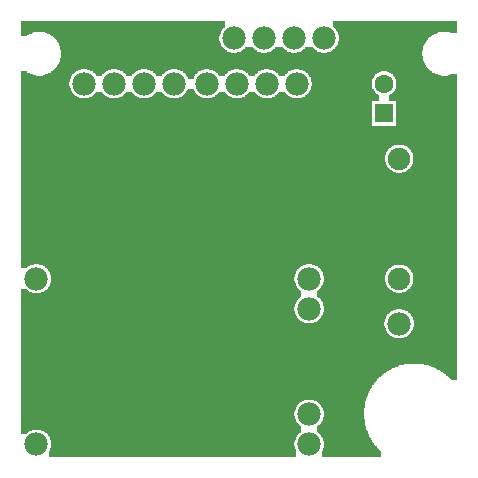
<source format=gbl>
G04 MADE WITH FRITZING*
G04 WWW.FRITZING.ORG*
G04 DOUBLE SIDED*
G04 HOLES PLATED*
G04 CONTOUR ON CENTER OF CONTOUR VECTOR*
%ASAXBY*%
%FSLAX23Y23*%
%MOIN*%
%OFA0B0*%
%SFA1.0B1.0*%
%ADD10C,0.075000*%
%ADD11C,0.062992*%
%ADD12C,0.078000*%
%ADD13R,0.062992X0.062992*%
%LNCOPPER0*%
G90*
G70*
G54D10*
X215Y1444D03*
X1301Y1036D03*
X1301Y636D03*
G54D11*
X1251Y1188D03*
X1251Y1286D03*
G54D12*
X1301Y486D03*
X751Y1438D03*
X851Y1438D03*
X951Y1438D03*
X1051Y1438D03*
X961Y1286D03*
X861Y1286D03*
X761Y1286D03*
X661Y1286D03*
X961Y1286D03*
X861Y1286D03*
X761Y1286D03*
X661Y1286D03*
X251Y1286D03*
X351Y1286D03*
X451Y1286D03*
X551Y1286D03*
X92Y636D03*
X92Y85D03*
X1001Y636D03*
X1001Y536D03*
X1001Y185D03*
X1001Y85D03*
G54D13*
X1251Y1188D03*
G36*
X40Y1495D02*
X40Y1459D01*
X112Y1459D01*
X112Y1457D01*
X120Y1457D01*
X120Y1455D01*
X126Y1455D01*
X126Y1453D01*
X132Y1453D01*
X132Y1451D01*
X136Y1451D01*
X136Y1449D01*
X140Y1449D01*
X140Y1447D01*
X142Y1447D01*
X142Y1445D01*
X146Y1445D01*
X146Y1443D01*
X148Y1443D01*
X148Y1441D01*
X150Y1441D01*
X150Y1439D01*
X152Y1439D01*
X152Y1437D01*
X154Y1437D01*
X154Y1435D01*
X156Y1435D01*
X156Y1433D01*
X158Y1433D01*
X158Y1431D01*
X160Y1431D01*
X160Y1427D01*
X162Y1427D01*
X162Y1425D01*
X164Y1425D01*
X164Y1421D01*
X166Y1421D01*
X166Y1417D01*
X168Y1417D01*
X168Y1413D01*
X170Y1413D01*
X170Y1407D01*
X172Y1407D01*
X172Y1399D01*
X174Y1399D01*
X174Y1389D01*
X740Y1389D01*
X740Y1391D01*
X732Y1391D01*
X732Y1393D01*
X728Y1393D01*
X728Y1395D01*
X726Y1395D01*
X726Y1397D01*
X722Y1397D01*
X722Y1399D01*
X720Y1399D01*
X720Y1401D01*
X718Y1401D01*
X718Y1403D01*
X716Y1403D01*
X716Y1405D01*
X714Y1405D01*
X714Y1407D01*
X712Y1407D01*
X712Y1409D01*
X710Y1409D01*
X710Y1413D01*
X708Y1413D01*
X708Y1417D01*
X706Y1417D01*
X706Y1421D01*
X704Y1421D01*
X704Y1429D01*
X702Y1429D01*
X702Y1445D01*
X704Y1445D01*
X704Y1453D01*
X706Y1453D01*
X706Y1459D01*
X708Y1459D01*
X708Y1461D01*
X710Y1461D01*
X710Y1465D01*
X712Y1465D01*
X712Y1467D01*
X714Y1467D01*
X714Y1471D01*
X716Y1471D01*
X716Y1473D01*
X720Y1473D01*
X720Y1475D01*
X722Y1475D01*
X722Y1495D01*
X40Y1495D01*
G37*
D02*
G36*
X1080Y1495D02*
X1080Y1475D01*
X1084Y1475D01*
X1084Y1473D01*
X1086Y1473D01*
X1086Y1471D01*
X1088Y1471D01*
X1088Y1469D01*
X1090Y1469D01*
X1090Y1465D01*
X1092Y1465D01*
X1092Y1463D01*
X1094Y1463D01*
X1094Y1459D01*
X1462Y1459D01*
X1462Y1457D01*
X1470Y1457D01*
X1470Y1455D01*
X1494Y1455D01*
X1494Y1495D01*
X1080Y1495D01*
G37*
D02*
G36*
X40Y1459D02*
X40Y1445D01*
X60Y1445D01*
X60Y1447D01*
X64Y1447D01*
X64Y1449D01*
X66Y1449D01*
X66Y1451D01*
X70Y1451D01*
X70Y1453D01*
X76Y1453D01*
X76Y1455D01*
X82Y1455D01*
X82Y1457D01*
X90Y1457D01*
X90Y1459D01*
X40Y1459D01*
G37*
D02*
G36*
X1096Y1459D02*
X1096Y1455D01*
X1098Y1455D01*
X1098Y1447D01*
X1100Y1447D01*
X1100Y1427D01*
X1098Y1427D01*
X1098Y1421D01*
X1096Y1421D01*
X1096Y1415D01*
X1094Y1415D01*
X1094Y1413D01*
X1092Y1413D01*
X1092Y1409D01*
X1090Y1409D01*
X1090Y1407D01*
X1088Y1407D01*
X1088Y1405D01*
X1086Y1405D01*
X1086Y1403D01*
X1084Y1403D01*
X1084Y1401D01*
X1082Y1401D01*
X1082Y1399D01*
X1080Y1399D01*
X1080Y1397D01*
X1078Y1397D01*
X1078Y1395D01*
X1074Y1395D01*
X1074Y1393D01*
X1070Y1393D01*
X1070Y1391D01*
X1062Y1391D01*
X1062Y1389D01*
X1378Y1389D01*
X1378Y1395D01*
X1380Y1395D01*
X1380Y1405D01*
X1382Y1405D01*
X1382Y1411D01*
X1384Y1411D01*
X1384Y1417D01*
X1386Y1417D01*
X1386Y1421D01*
X1388Y1421D01*
X1388Y1423D01*
X1390Y1423D01*
X1390Y1427D01*
X1392Y1427D01*
X1392Y1429D01*
X1394Y1429D01*
X1394Y1433D01*
X1396Y1433D01*
X1396Y1435D01*
X1398Y1435D01*
X1398Y1437D01*
X1400Y1437D01*
X1400Y1439D01*
X1402Y1439D01*
X1402Y1441D01*
X1404Y1441D01*
X1404Y1443D01*
X1408Y1443D01*
X1408Y1445D01*
X1410Y1445D01*
X1410Y1447D01*
X1414Y1447D01*
X1414Y1449D01*
X1416Y1449D01*
X1416Y1451D01*
X1420Y1451D01*
X1420Y1453D01*
X1426Y1453D01*
X1426Y1455D01*
X1432Y1455D01*
X1432Y1457D01*
X1440Y1457D01*
X1440Y1459D01*
X1096Y1459D01*
G37*
D02*
G36*
X790Y1409D02*
X790Y1407D01*
X788Y1407D01*
X788Y1405D01*
X786Y1405D01*
X786Y1403D01*
X784Y1403D01*
X784Y1401D01*
X782Y1401D01*
X782Y1399D01*
X780Y1399D01*
X780Y1397D01*
X778Y1397D01*
X778Y1395D01*
X774Y1395D01*
X774Y1393D01*
X770Y1393D01*
X770Y1391D01*
X762Y1391D01*
X762Y1389D01*
X840Y1389D01*
X840Y1391D01*
X832Y1391D01*
X832Y1393D01*
X828Y1393D01*
X828Y1395D01*
X826Y1395D01*
X826Y1397D01*
X822Y1397D01*
X822Y1399D01*
X820Y1399D01*
X820Y1401D01*
X818Y1401D01*
X818Y1403D01*
X816Y1403D01*
X816Y1405D01*
X814Y1405D01*
X814Y1407D01*
X812Y1407D01*
X812Y1409D01*
X790Y1409D01*
G37*
D02*
G36*
X890Y1409D02*
X890Y1407D01*
X888Y1407D01*
X888Y1405D01*
X886Y1405D01*
X886Y1403D01*
X884Y1403D01*
X884Y1401D01*
X882Y1401D01*
X882Y1399D01*
X880Y1399D01*
X880Y1397D01*
X878Y1397D01*
X878Y1395D01*
X874Y1395D01*
X874Y1393D01*
X870Y1393D01*
X870Y1391D01*
X862Y1391D01*
X862Y1389D01*
X940Y1389D01*
X940Y1391D01*
X932Y1391D01*
X932Y1393D01*
X928Y1393D01*
X928Y1395D01*
X926Y1395D01*
X926Y1397D01*
X922Y1397D01*
X922Y1399D01*
X920Y1399D01*
X920Y1401D01*
X918Y1401D01*
X918Y1403D01*
X916Y1403D01*
X916Y1405D01*
X914Y1405D01*
X914Y1407D01*
X912Y1407D01*
X912Y1409D01*
X890Y1409D01*
G37*
D02*
G36*
X990Y1409D02*
X990Y1407D01*
X988Y1407D01*
X988Y1405D01*
X986Y1405D01*
X986Y1403D01*
X984Y1403D01*
X984Y1401D01*
X982Y1401D01*
X982Y1399D01*
X980Y1399D01*
X980Y1397D01*
X978Y1397D01*
X978Y1395D01*
X974Y1395D01*
X974Y1393D01*
X970Y1393D01*
X970Y1391D01*
X962Y1391D01*
X962Y1389D01*
X1040Y1389D01*
X1040Y1391D01*
X1032Y1391D01*
X1032Y1393D01*
X1028Y1393D01*
X1028Y1395D01*
X1026Y1395D01*
X1026Y1397D01*
X1022Y1397D01*
X1022Y1399D01*
X1020Y1399D01*
X1020Y1401D01*
X1018Y1401D01*
X1018Y1403D01*
X1016Y1403D01*
X1016Y1405D01*
X1014Y1405D01*
X1014Y1407D01*
X1012Y1407D01*
X1012Y1409D01*
X990Y1409D01*
G37*
D02*
G36*
X174Y1389D02*
X174Y1387D01*
X1378Y1387D01*
X1378Y1389D01*
X174Y1389D01*
G37*
D02*
G36*
X174Y1389D02*
X174Y1387D01*
X1378Y1387D01*
X1378Y1389D01*
X174Y1389D01*
G37*
D02*
G36*
X174Y1389D02*
X174Y1387D01*
X1378Y1387D01*
X1378Y1389D01*
X174Y1389D01*
G37*
D02*
G36*
X174Y1389D02*
X174Y1387D01*
X1378Y1387D01*
X1378Y1389D01*
X174Y1389D01*
G37*
D02*
G36*
X174Y1389D02*
X174Y1387D01*
X1378Y1387D01*
X1378Y1389D01*
X174Y1389D01*
G37*
D02*
G36*
X174Y1387D02*
X174Y1373D01*
X172Y1373D01*
X172Y1365D01*
X170Y1365D01*
X170Y1359D01*
X168Y1359D01*
X168Y1355D01*
X166Y1355D01*
X166Y1351D01*
X164Y1351D01*
X164Y1347D01*
X162Y1347D01*
X162Y1345D01*
X160Y1345D01*
X160Y1341D01*
X158Y1341D01*
X158Y1339D01*
X156Y1339D01*
X156Y1337D01*
X154Y1337D01*
X154Y1335D01*
X968Y1335D01*
X968Y1333D01*
X976Y1333D01*
X976Y1331D01*
X982Y1331D01*
X982Y1329D01*
X984Y1329D01*
X984Y1327D01*
X1262Y1327D01*
X1262Y1325D01*
X1268Y1325D01*
X1268Y1323D01*
X1272Y1323D01*
X1272Y1321D01*
X1274Y1321D01*
X1274Y1319D01*
X1278Y1319D01*
X1278Y1317D01*
X1280Y1317D01*
X1280Y1315D01*
X1282Y1315D01*
X1282Y1313D01*
X1440Y1313D01*
X1440Y1315D01*
X1430Y1315D01*
X1430Y1317D01*
X1426Y1317D01*
X1426Y1319D01*
X1420Y1319D01*
X1420Y1321D01*
X1416Y1321D01*
X1416Y1323D01*
X1412Y1323D01*
X1412Y1325D01*
X1410Y1325D01*
X1410Y1327D01*
X1406Y1327D01*
X1406Y1329D01*
X1404Y1329D01*
X1404Y1331D01*
X1402Y1331D01*
X1402Y1333D01*
X1400Y1333D01*
X1400Y1335D01*
X1398Y1335D01*
X1398Y1337D01*
X1396Y1337D01*
X1396Y1339D01*
X1394Y1339D01*
X1394Y1343D01*
X1392Y1343D01*
X1392Y1345D01*
X1390Y1345D01*
X1390Y1349D01*
X1388Y1349D01*
X1388Y1351D01*
X1386Y1351D01*
X1386Y1355D01*
X1384Y1355D01*
X1384Y1361D01*
X1382Y1361D01*
X1382Y1367D01*
X1380Y1367D01*
X1380Y1377D01*
X1378Y1377D01*
X1378Y1387D01*
X174Y1387D01*
G37*
D02*
G36*
X152Y1335D02*
X152Y1333D01*
X150Y1333D01*
X150Y1331D01*
X148Y1331D01*
X148Y1329D01*
X146Y1329D01*
X146Y1327D01*
X142Y1327D01*
X142Y1325D01*
X140Y1325D01*
X140Y1323D01*
X136Y1323D01*
X136Y1321D01*
X132Y1321D01*
X132Y1319D01*
X128Y1319D01*
X128Y1317D01*
X122Y1317D01*
X122Y1315D01*
X114Y1315D01*
X114Y1313D01*
X212Y1313D01*
X212Y1317D01*
X214Y1317D01*
X214Y1319D01*
X216Y1319D01*
X216Y1321D01*
X218Y1321D01*
X218Y1323D01*
X220Y1323D01*
X220Y1325D01*
X224Y1325D01*
X224Y1327D01*
X226Y1327D01*
X226Y1329D01*
X230Y1329D01*
X230Y1331D01*
X236Y1331D01*
X236Y1333D01*
X242Y1333D01*
X242Y1335D01*
X152Y1335D01*
G37*
D02*
G36*
X260Y1335D02*
X260Y1333D01*
X268Y1333D01*
X268Y1331D01*
X272Y1331D01*
X272Y1329D01*
X276Y1329D01*
X276Y1327D01*
X280Y1327D01*
X280Y1325D01*
X282Y1325D01*
X282Y1323D01*
X284Y1323D01*
X284Y1321D01*
X286Y1321D01*
X286Y1319D01*
X288Y1319D01*
X288Y1317D01*
X290Y1317D01*
X290Y1315D01*
X292Y1315D01*
X292Y1313D01*
X312Y1313D01*
X312Y1317D01*
X314Y1317D01*
X314Y1319D01*
X316Y1319D01*
X316Y1321D01*
X318Y1321D01*
X318Y1323D01*
X320Y1323D01*
X320Y1325D01*
X324Y1325D01*
X324Y1327D01*
X326Y1327D01*
X326Y1329D01*
X330Y1329D01*
X330Y1331D01*
X336Y1331D01*
X336Y1333D01*
X342Y1333D01*
X342Y1335D01*
X260Y1335D01*
G37*
D02*
G36*
X360Y1335D02*
X360Y1333D01*
X368Y1333D01*
X368Y1331D01*
X372Y1331D01*
X372Y1329D01*
X376Y1329D01*
X376Y1327D01*
X380Y1327D01*
X380Y1325D01*
X382Y1325D01*
X382Y1323D01*
X384Y1323D01*
X384Y1321D01*
X386Y1321D01*
X386Y1319D01*
X388Y1319D01*
X388Y1317D01*
X390Y1317D01*
X390Y1315D01*
X392Y1315D01*
X392Y1313D01*
X412Y1313D01*
X412Y1317D01*
X414Y1317D01*
X414Y1319D01*
X416Y1319D01*
X416Y1321D01*
X418Y1321D01*
X418Y1323D01*
X420Y1323D01*
X420Y1325D01*
X424Y1325D01*
X424Y1327D01*
X426Y1327D01*
X426Y1329D01*
X430Y1329D01*
X430Y1331D01*
X436Y1331D01*
X436Y1333D01*
X442Y1333D01*
X442Y1335D01*
X360Y1335D01*
G37*
D02*
G36*
X460Y1335D02*
X460Y1333D01*
X468Y1333D01*
X468Y1331D01*
X472Y1331D01*
X472Y1329D01*
X476Y1329D01*
X476Y1327D01*
X480Y1327D01*
X480Y1325D01*
X482Y1325D01*
X482Y1323D01*
X484Y1323D01*
X484Y1321D01*
X486Y1321D01*
X486Y1319D01*
X488Y1319D01*
X488Y1317D01*
X490Y1317D01*
X490Y1315D01*
X492Y1315D01*
X492Y1313D01*
X512Y1313D01*
X512Y1317D01*
X514Y1317D01*
X514Y1319D01*
X516Y1319D01*
X516Y1321D01*
X518Y1321D01*
X518Y1323D01*
X520Y1323D01*
X520Y1325D01*
X524Y1325D01*
X524Y1327D01*
X526Y1327D01*
X526Y1329D01*
X530Y1329D01*
X530Y1331D01*
X536Y1331D01*
X536Y1333D01*
X542Y1333D01*
X542Y1335D01*
X460Y1335D01*
G37*
D02*
G36*
X560Y1335D02*
X560Y1333D01*
X568Y1333D01*
X568Y1331D01*
X572Y1331D01*
X572Y1329D01*
X576Y1329D01*
X576Y1327D01*
X580Y1327D01*
X580Y1325D01*
X582Y1325D01*
X582Y1323D01*
X584Y1323D01*
X584Y1321D01*
X586Y1321D01*
X586Y1319D01*
X588Y1319D01*
X588Y1317D01*
X590Y1317D01*
X590Y1315D01*
X592Y1315D01*
X592Y1311D01*
X594Y1311D01*
X594Y1307D01*
X596Y1307D01*
X596Y1303D01*
X616Y1303D01*
X616Y1307D01*
X618Y1307D01*
X618Y1311D01*
X620Y1311D01*
X620Y1315D01*
X622Y1315D01*
X622Y1317D01*
X624Y1317D01*
X624Y1319D01*
X626Y1319D01*
X626Y1321D01*
X628Y1321D01*
X628Y1323D01*
X630Y1323D01*
X630Y1325D01*
X632Y1325D01*
X632Y1327D01*
X636Y1327D01*
X636Y1329D01*
X640Y1329D01*
X640Y1331D01*
X644Y1331D01*
X644Y1333D01*
X652Y1333D01*
X652Y1335D01*
X560Y1335D01*
G37*
D02*
G36*
X668Y1335D02*
X668Y1333D01*
X676Y1333D01*
X676Y1331D01*
X682Y1331D01*
X682Y1329D01*
X684Y1329D01*
X684Y1327D01*
X688Y1327D01*
X688Y1325D01*
X690Y1325D01*
X690Y1323D01*
X694Y1323D01*
X694Y1321D01*
X696Y1321D01*
X696Y1319D01*
X698Y1319D01*
X698Y1315D01*
X700Y1315D01*
X700Y1313D01*
X720Y1313D01*
X720Y1315D01*
X722Y1315D01*
X722Y1317D01*
X724Y1317D01*
X724Y1319D01*
X726Y1319D01*
X726Y1321D01*
X728Y1321D01*
X728Y1323D01*
X730Y1323D01*
X730Y1325D01*
X732Y1325D01*
X732Y1327D01*
X736Y1327D01*
X736Y1329D01*
X740Y1329D01*
X740Y1331D01*
X744Y1331D01*
X744Y1333D01*
X752Y1333D01*
X752Y1335D01*
X668Y1335D01*
G37*
D02*
G36*
X768Y1335D02*
X768Y1333D01*
X776Y1333D01*
X776Y1331D01*
X782Y1331D01*
X782Y1329D01*
X784Y1329D01*
X784Y1327D01*
X788Y1327D01*
X788Y1325D01*
X790Y1325D01*
X790Y1323D01*
X794Y1323D01*
X794Y1321D01*
X796Y1321D01*
X796Y1319D01*
X798Y1319D01*
X798Y1315D01*
X800Y1315D01*
X800Y1313D01*
X820Y1313D01*
X820Y1315D01*
X822Y1315D01*
X822Y1317D01*
X824Y1317D01*
X824Y1319D01*
X826Y1319D01*
X826Y1321D01*
X828Y1321D01*
X828Y1323D01*
X830Y1323D01*
X830Y1325D01*
X832Y1325D01*
X832Y1327D01*
X836Y1327D01*
X836Y1329D01*
X840Y1329D01*
X840Y1331D01*
X844Y1331D01*
X844Y1333D01*
X852Y1333D01*
X852Y1335D01*
X768Y1335D01*
G37*
D02*
G36*
X868Y1335D02*
X868Y1333D01*
X876Y1333D01*
X876Y1331D01*
X882Y1331D01*
X882Y1329D01*
X884Y1329D01*
X884Y1327D01*
X888Y1327D01*
X888Y1325D01*
X890Y1325D01*
X890Y1323D01*
X894Y1323D01*
X894Y1321D01*
X896Y1321D01*
X896Y1319D01*
X898Y1319D01*
X898Y1315D01*
X900Y1315D01*
X900Y1313D01*
X920Y1313D01*
X920Y1315D01*
X922Y1315D01*
X922Y1317D01*
X924Y1317D01*
X924Y1319D01*
X926Y1319D01*
X926Y1321D01*
X928Y1321D01*
X928Y1323D01*
X930Y1323D01*
X930Y1325D01*
X932Y1325D01*
X932Y1327D01*
X936Y1327D01*
X936Y1329D01*
X940Y1329D01*
X940Y1331D01*
X944Y1331D01*
X944Y1333D01*
X952Y1333D01*
X952Y1335D01*
X868Y1335D01*
G37*
D02*
G36*
X40Y1327D02*
X40Y1313D01*
X90Y1313D01*
X90Y1315D01*
X80Y1315D01*
X80Y1317D01*
X76Y1317D01*
X76Y1319D01*
X70Y1319D01*
X70Y1321D01*
X66Y1321D01*
X66Y1323D01*
X62Y1323D01*
X62Y1325D01*
X60Y1325D01*
X60Y1327D01*
X40Y1327D01*
G37*
D02*
G36*
X988Y1327D02*
X988Y1325D01*
X990Y1325D01*
X990Y1323D01*
X994Y1323D01*
X994Y1321D01*
X996Y1321D01*
X996Y1319D01*
X998Y1319D01*
X998Y1315D01*
X1000Y1315D01*
X1000Y1313D01*
X1002Y1313D01*
X1002Y1309D01*
X1004Y1309D01*
X1004Y1307D01*
X1006Y1307D01*
X1006Y1301D01*
X1008Y1301D01*
X1008Y1293D01*
X1010Y1293D01*
X1010Y1279D01*
X1008Y1279D01*
X1008Y1271D01*
X1006Y1271D01*
X1006Y1265D01*
X1004Y1265D01*
X1004Y1261D01*
X1002Y1261D01*
X1002Y1259D01*
X1000Y1259D01*
X1000Y1255D01*
X998Y1255D01*
X998Y1253D01*
X996Y1253D01*
X996Y1251D01*
X994Y1251D01*
X994Y1249D01*
X992Y1249D01*
X992Y1247D01*
X988Y1247D01*
X988Y1245D01*
X986Y1245D01*
X986Y1243D01*
X982Y1243D01*
X982Y1241D01*
X978Y1241D01*
X978Y1239D01*
X970Y1239D01*
X970Y1237D01*
X1234Y1237D01*
X1234Y1249D01*
X1230Y1249D01*
X1230Y1251D01*
X1228Y1251D01*
X1228Y1253D01*
X1224Y1253D01*
X1224Y1255D01*
X1222Y1255D01*
X1222Y1257D01*
X1220Y1257D01*
X1220Y1261D01*
X1218Y1261D01*
X1218Y1263D01*
X1216Y1263D01*
X1216Y1267D01*
X1214Y1267D01*
X1214Y1269D01*
X1212Y1269D01*
X1212Y1277D01*
X1210Y1277D01*
X1210Y1295D01*
X1212Y1295D01*
X1212Y1301D01*
X1214Y1301D01*
X1214Y1305D01*
X1216Y1305D01*
X1216Y1309D01*
X1218Y1309D01*
X1218Y1311D01*
X1220Y1311D01*
X1220Y1315D01*
X1222Y1315D01*
X1222Y1317D01*
X1226Y1317D01*
X1226Y1319D01*
X1228Y1319D01*
X1228Y1321D01*
X1232Y1321D01*
X1232Y1323D01*
X1234Y1323D01*
X1234Y1325D01*
X1242Y1325D01*
X1242Y1327D01*
X988Y1327D01*
G37*
D02*
G36*
X1472Y1317D02*
X1472Y1315D01*
X1464Y1315D01*
X1464Y1313D01*
X1494Y1313D01*
X1494Y1317D01*
X1472Y1317D01*
G37*
D02*
G36*
X40Y1313D02*
X40Y1311D01*
X210Y1311D01*
X210Y1313D01*
X40Y1313D01*
G37*
D02*
G36*
X40Y1313D02*
X40Y1311D01*
X210Y1311D01*
X210Y1313D01*
X40Y1313D01*
G37*
D02*
G36*
X1284Y1313D02*
X1284Y1311D01*
X1494Y1311D01*
X1494Y1313D01*
X1284Y1313D01*
G37*
D02*
G36*
X1284Y1313D02*
X1284Y1311D01*
X1494Y1311D01*
X1494Y1313D01*
X1284Y1313D01*
G37*
D02*
G36*
X40Y1311D02*
X40Y1237D01*
X242Y1237D01*
X242Y1239D01*
X234Y1239D01*
X234Y1241D01*
X230Y1241D01*
X230Y1243D01*
X226Y1243D01*
X226Y1245D01*
X222Y1245D01*
X222Y1247D01*
X220Y1247D01*
X220Y1249D01*
X218Y1249D01*
X218Y1251D01*
X216Y1251D01*
X216Y1253D01*
X214Y1253D01*
X214Y1255D01*
X212Y1255D01*
X212Y1259D01*
X210Y1259D01*
X210Y1261D01*
X208Y1261D01*
X208Y1265D01*
X206Y1265D01*
X206Y1271D01*
X204Y1271D01*
X204Y1277D01*
X202Y1277D01*
X202Y1293D01*
X204Y1293D01*
X204Y1301D01*
X206Y1301D01*
X206Y1307D01*
X208Y1307D01*
X208Y1311D01*
X40Y1311D01*
G37*
D02*
G36*
X1284Y1311D02*
X1284Y1309D01*
X1286Y1309D01*
X1286Y1307D01*
X1288Y1307D01*
X1288Y1303D01*
X1290Y1303D01*
X1290Y1297D01*
X1292Y1297D01*
X1292Y1275D01*
X1290Y1275D01*
X1290Y1269D01*
X1288Y1269D01*
X1288Y1265D01*
X1286Y1265D01*
X1286Y1263D01*
X1284Y1263D01*
X1284Y1259D01*
X1282Y1259D01*
X1282Y1257D01*
X1280Y1257D01*
X1280Y1255D01*
X1278Y1255D01*
X1278Y1253D01*
X1274Y1253D01*
X1274Y1251D01*
X1272Y1251D01*
X1272Y1249D01*
X1268Y1249D01*
X1268Y1229D01*
X1292Y1229D01*
X1292Y1145D01*
X1494Y1145D01*
X1494Y1311D01*
X1284Y1311D01*
G37*
D02*
G36*
X596Y1267D02*
X596Y1265D01*
X594Y1265D01*
X594Y1261D01*
X592Y1261D01*
X592Y1257D01*
X590Y1257D01*
X590Y1255D01*
X588Y1255D01*
X588Y1253D01*
X586Y1253D01*
X586Y1251D01*
X584Y1251D01*
X584Y1249D01*
X582Y1249D01*
X582Y1247D01*
X580Y1247D01*
X580Y1245D01*
X576Y1245D01*
X576Y1243D01*
X572Y1243D01*
X572Y1241D01*
X568Y1241D01*
X568Y1239D01*
X562Y1239D01*
X562Y1237D01*
X650Y1237D01*
X650Y1239D01*
X644Y1239D01*
X644Y1241D01*
X640Y1241D01*
X640Y1243D01*
X636Y1243D01*
X636Y1245D01*
X632Y1245D01*
X632Y1247D01*
X630Y1247D01*
X630Y1249D01*
X628Y1249D01*
X628Y1251D01*
X626Y1251D01*
X626Y1253D01*
X624Y1253D01*
X624Y1255D01*
X622Y1255D01*
X622Y1257D01*
X620Y1257D01*
X620Y1261D01*
X618Y1261D01*
X618Y1263D01*
X616Y1263D01*
X616Y1267D01*
X596Y1267D01*
G37*
D02*
G36*
X292Y1259D02*
X292Y1257D01*
X290Y1257D01*
X290Y1255D01*
X288Y1255D01*
X288Y1253D01*
X286Y1253D01*
X286Y1251D01*
X284Y1251D01*
X284Y1249D01*
X282Y1249D01*
X282Y1247D01*
X280Y1247D01*
X280Y1245D01*
X276Y1245D01*
X276Y1243D01*
X272Y1243D01*
X272Y1241D01*
X268Y1241D01*
X268Y1239D01*
X262Y1239D01*
X262Y1237D01*
X342Y1237D01*
X342Y1239D01*
X334Y1239D01*
X334Y1241D01*
X330Y1241D01*
X330Y1243D01*
X326Y1243D01*
X326Y1245D01*
X322Y1245D01*
X322Y1247D01*
X320Y1247D01*
X320Y1249D01*
X318Y1249D01*
X318Y1251D01*
X316Y1251D01*
X316Y1253D01*
X314Y1253D01*
X314Y1255D01*
X312Y1255D01*
X312Y1259D01*
X292Y1259D01*
G37*
D02*
G36*
X392Y1259D02*
X392Y1257D01*
X390Y1257D01*
X390Y1255D01*
X388Y1255D01*
X388Y1253D01*
X386Y1253D01*
X386Y1251D01*
X384Y1251D01*
X384Y1249D01*
X382Y1249D01*
X382Y1247D01*
X380Y1247D01*
X380Y1245D01*
X376Y1245D01*
X376Y1243D01*
X372Y1243D01*
X372Y1241D01*
X368Y1241D01*
X368Y1239D01*
X362Y1239D01*
X362Y1237D01*
X442Y1237D01*
X442Y1239D01*
X434Y1239D01*
X434Y1241D01*
X430Y1241D01*
X430Y1243D01*
X426Y1243D01*
X426Y1245D01*
X422Y1245D01*
X422Y1247D01*
X420Y1247D01*
X420Y1249D01*
X418Y1249D01*
X418Y1251D01*
X416Y1251D01*
X416Y1253D01*
X414Y1253D01*
X414Y1255D01*
X412Y1255D01*
X412Y1259D01*
X392Y1259D01*
G37*
D02*
G36*
X492Y1259D02*
X492Y1257D01*
X490Y1257D01*
X490Y1255D01*
X488Y1255D01*
X488Y1253D01*
X486Y1253D01*
X486Y1251D01*
X484Y1251D01*
X484Y1249D01*
X482Y1249D01*
X482Y1247D01*
X480Y1247D01*
X480Y1245D01*
X476Y1245D01*
X476Y1243D01*
X472Y1243D01*
X472Y1241D01*
X468Y1241D01*
X468Y1239D01*
X462Y1239D01*
X462Y1237D01*
X542Y1237D01*
X542Y1239D01*
X534Y1239D01*
X534Y1241D01*
X530Y1241D01*
X530Y1243D01*
X526Y1243D01*
X526Y1245D01*
X522Y1245D01*
X522Y1247D01*
X520Y1247D01*
X520Y1249D01*
X518Y1249D01*
X518Y1251D01*
X516Y1251D01*
X516Y1253D01*
X514Y1253D01*
X514Y1255D01*
X512Y1255D01*
X512Y1259D01*
X492Y1259D01*
G37*
D02*
G36*
X700Y1259D02*
X700Y1255D01*
X698Y1255D01*
X698Y1253D01*
X696Y1253D01*
X696Y1251D01*
X694Y1251D01*
X694Y1249D01*
X692Y1249D01*
X692Y1247D01*
X688Y1247D01*
X688Y1245D01*
X686Y1245D01*
X686Y1243D01*
X682Y1243D01*
X682Y1241D01*
X678Y1241D01*
X678Y1239D01*
X670Y1239D01*
X670Y1237D01*
X750Y1237D01*
X750Y1239D01*
X744Y1239D01*
X744Y1241D01*
X740Y1241D01*
X740Y1243D01*
X736Y1243D01*
X736Y1245D01*
X732Y1245D01*
X732Y1247D01*
X730Y1247D01*
X730Y1249D01*
X728Y1249D01*
X728Y1251D01*
X726Y1251D01*
X726Y1253D01*
X724Y1253D01*
X724Y1255D01*
X722Y1255D01*
X722Y1257D01*
X720Y1257D01*
X720Y1259D01*
X700Y1259D01*
G37*
D02*
G36*
X800Y1259D02*
X800Y1255D01*
X798Y1255D01*
X798Y1253D01*
X796Y1253D01*
X796Y1251D01*
X794Y1251D01*
X794Y1249D01*
X792Y1249D01*
X792Y1247D01*
X788Y1247D01*
X788Y1245D01*
X786Y1245D01*
X786Y1243D01*
X782Y1243D01*
X782Y1241D01*
X778Y1241D01*
X778Y1239D01*
X770Y1239D01*
X770Y1237D01*
X850Y1237D01*
X850Y1239D01*
X844Y1239D01*
X844Y1241D01*
X840Y1241D01*
X840Y1243D01*
X836Y1243D01*
X836Y1245D01*
X832Y1245D01*
X832Y1247D01*
X830Y1247D01*
X830Y1249D01*
X828Y1249D01*
X828Y1251D01*
X826Y1251D01*
X826Y1253D01*
X824Y1253D01*
X824Y1255D01*
X822Y1255D01*
X822Y1257D01*
X820Y1257D01*
X820Y1259D01*
X800Y1259D01*
G37*
D02*
G36*
X900Y1259D02*
X900Y1255D01*
X898Y1255D01*
X898Y1253D01*
X896Y1253D01*
X896Y1251D01*
X894Y1251D01*
X894Y1249D01*
X892Y1249D01*
X892Y1247D01*
X888Y1247D01*
X888Y1245D01*
X886Y1245D01*
X886Y1243D01*
X882Y1243D01*
X882Y1241D01*
X878Y1241D01*
X878Y1239D01*
X870Y1239D01*
X870Y1237D01*
X950Y1237D01*
X950Y1239D01*
X944Y1239D01*
X944Y1241D01*
X940Y1241D01*
X940Y1243D01*
X936Y1243D01*
X936Y1245D01*
X932Y1245D01*
X932Y1247D01*
X930Y1247D01*
X930Y1249D01*
X928Y1249D01*
X928Y1251D01*
X926Y1251D01*
X926Y1253D01*
X924Y1253D01*
X924Y1255D01*
X922Y1255D01*
X922Y1257D01*
X920Y1257D01*
X920Y1259D01*
X900Y1259D01*
G37*
D02*
G36*
X40Y1237D02*
X40Y1235D01*
X1234Y1235D01*
X1234Y1237D01*
X40Y1237D01*
G37*
D02*
G36*
X40Y1237D02*
X40Y1235D01*
X1234Y1235D01*
X1234Y1237D01*
X40Y1237D01*
G37*
D02*
G36*
X40Y1237D02*
X40Y1235D01*
X1234Y1235D01*
X1234Y1237D01*
X40Y1237D01*
G37*
D02*
G36*
X40Y1237D02*
X40Y1235D01*
X1234Y1235D01*
X1234Y1237D01*
X40Y1237D01*
G37*
D02*
G36*
X40Y1237D02*
X40Y1235D01*
X1234Y1235D01*
X1234Y1237D01*
X40Y1237D01*
G37*
D02*
G36*
X40Y1237D02*
X40Y1235D01*
X1234Y1235D01*
X1234Y1237D01*
X40Y1237D01*
G37*
D02*
G36*
X40Y1237D02*
X40Y1235D01*
X1234Y1235D01*
X1234Y1237D01*
X40Y1237D01*
G37*
D02*
G36*
X40Y1237D02*
X40Y1235D01*
X1234Y1235D01*
X1234Y1237D01*
X40Y1237D01*
G37*
D02*
G36*
X40Y1237D02*
X40Y1235D01*
X1234Y1235D01*
X1234Y1237D01*
X40Y1237D01*
G37*
D02*
G36*
X40Y1235D02*
X40Y1145D01*
X1210Y1145D01*
X1210Y1229D01*
X1234Y1229D01*
X1234Y1235D01*
X40Y1235D01*
G37*
D02*
G36*
X40Y1145D02*
X40Y1143D01*
X1494Y1143D01*
X1494Y1145D01*
X40Y1145D01*
G37*
D02*
G36*
X40Y1145D02*
X40Y1143D01*
X1494Y1143D01*
X1494Y1145D01*
X40Y1145D01*
G37*
D02*
G36*
X40Y1143D02*
X40Y1083D01*
X1312Y1083D01*
X1312Y1081D01*
X1318Y1081D01*
X1318Y1079D01*
X1322Y1079D01*
X1322Y1077D01*
X1326Y1077D01*
X1326Y1075D01*
X1330Y1075D01*
X1330Y1073D01*
X1332Y1073D01*
X1332Y1071D01*
X1334Y1071D01*
X1334Y1069D01*
X1336Y1069D01*
X1336Y1067D01*
X1338Y1067D01*
X1338Y1065D01*
X1340Y1065D01*
X1340Y1061D01*
X1342Y1061D01*
X1342Y1057D01*
X1344Y1057D01*
X1344Y1055D01*
X1346Y1055D01*
X1346Y1047D01*
X1348Y1047D01*
X1348Y1025D01*
X1346Y1025D01*
X1346Y1017D01*
X1344Y1017D01*
X1344Y1013D01*
X1342Y1013D01*
X1342Y1011D01*
X1340Y1011D01*
X1340Y1007D01*
X1338Y1007D01*
X1338Y1005D01*
X1336Y1005D01*
X1336Y1003D01*
X1334Y1003D01*
X1334Y1001D01*
X1332Y1001D01*
X1332Y999D01*
X1330Y999D01*
X1330Y997D01*
X1326Y997D01*
X1326Y995D01*
X1324Y995D01*
X1324Y993D01*
X1320Y993D01*
X1320Y991D01*
X1312Y991D01*
X1312Y989D01*
X1494Y989D01*
X1494Y1143D01*
X40Y1143D01*
G37*
D02*
G36*
X40Y1083D02*
X40Y989D01*
X1290Y989D01*
X1290Y991D01*
X1284Y991D01*
X1284Y993D01*
X1280Y993D01*
X1280Y995D01*
X1276Y995D01*
X1276Y997D01*
X1272Y997D01*
X1272Y999D01*
X1270Y999D01*
X1270Y1001D01*
X1268Y1001D01*
X1268Y1003D01*
X1266Y1003D01*
X1266Y1005D01*
X1264Y1005D01*
X1264Y1007D01*
X1262Y1007D01*
X1262Y1011D01*
X1260Y1011D01*
X1260Y1015D01*
X1258Y1015D01*
X1258Y1019D01*
X1256Y1019D01*
X1256Y1025D01*
X1254Y1025D01*
X1254Y1047D01*
X1256Y1047D01*
X1256Y1053D01*
X1258Y1053D01*
X1258Y1057D01*
X1260Y1057D01*
X1260Y1061D01*
X1262Y1061D01*
X1262Y1063D01*
X1264Y1063D01*
X1264Y1067D01*
X1266Y1067D01*
X1266Y1069D01*
X1268Y1069D01*
X1268Y1071D01*
X1270Y1071D01*
X1270Y1073D01*
X1274Y1073D01*
X1274Y1075D01*
X1276Y1075D01*
X1276Y1077D01*
X1280Y1077D01*
X1280Y1079D01*
X1284Y1079D01*
X1284Y1081D01*
X1290Y1081D01*
X1290Y1083D01*
X40Y1083D01*
G37*
D02*
G36*
X40Y989D02*
X40Y987D01*
X1494Y987D01*
X1494Y989D01*
X40Y989D01*
G37*
D02*
G36*
X40Y989D02*
X40Y987D01*
X1494Y987D01*
X1494Y989D01*
X40Y989D01*
G37*
D02*
G36*
X40Y987D02*
X40Y685D01*
X1010Y685D01*
X1010Y683D01*
X1312Y683D01*
X1312Y681D01*
X1318Y681D01*
X1318Y679D01*
X1322Y679D01*
X1322Y677D01*
X1326Y677D01*
X1326Y675D01*
X1330Y675D01*
X1330Y673D01*
X1332Y673D01*
X1332Y671D01*
X1334Y671D01*
X1334Y669D01*
X1336Y669D01*
X1336Y667D01*
X1338Y667D01*
X1338Y665D01*
X1340Y665D01*
X1340Y661D01*
X1342Y661D01*
X1342Y657D01*
X1344Y657D01*
X1344Y655D01*
X1346Y655D01*
X1346Y647D01*
X1348Y647D01*
X1348Y625D01*
X1346Y625D01*
X1346Y617D01*
X1344Y617D01*
X1344Y613D01*
X1342Y613D01*
X1342Y611D01*
X1340Y611D01*
X1340Y607D01*
X1338Y607D01*
X1338Y605D01*
X1336Y605D01*
X1336Y603D01*
X1334Y603D01*
X1334Y601D01*
X1332Y601D01*
X1332Y599D01*
X1330Y599D01*
X1330Y597D01*
X1326Y597D01*
X1326Y595D01*
X1324Y595D01*
X1324Y593D01*
X1320Y593D01*
X1320Y591D01*
X1312Y591D01*
X1312Y589D01*
X1494Y589D01*
X1494Y987D01*
X40Y987D01*
G37*
D02*
G36*
X40Y685D02*
X40Y671D01*
X60Y671D01*
X60Y673D01*
X62Y673D01*
X62Y675D01*
X64Y675D01*
X64Y677D01*
X68Y677D01*
X68Y679D01*
X72Y679D01*
X72Y681D01*
X76Y681D01*
X76Y683D01*
X84Y683D01*
X84Y685D01*
X40Y685D01*
G37*
D02*
G36*
X100Y685D02*
X100Y683D01*
X108Y683D01*
X108Y681D01*
X114Y681D01*
X114Y679D01*
X116Y679D01*
X116Y677D01*
X120Y677D01*
X120Y675D01*
X122Y675D01*
X122Y673D01*
X126Y673D01*
X126Y671D01*
X128Y671D01*
X128Y667D01*
X130Y667D01*
X130Y665D01*
X132Y665D01*
X132Y663D01*
X134Y663D01*
X134Y659D01*
X136Y659D01*
X136Y655D01*
X138Y655D01*
X138Y649D01*
X140Y649D01*
X140Y641D01*
X142Y641D01*
X142Y631D01*
X140Y631D01*
X140Y623D01*
X138Y623D01*
X138Y615D01*
X136Y615D01*
X136Y613D01*
X134Y613D01*
X134Y609D01*
X132Y609D01*
X132Y607D01*
X130Y607D01*
X130Y603D01*
X128Y603D01*
X128Y601D01*
X126Y601D01*
X126Y599D01*
X122Y599D01*
X122Y597D01*
X120Y597D01*
X120Y595D01*
X118Y595D01*
X118Y593D01*
X114Y593D01*
X114Y591D01*
X108Y591D01*
X108Y589D01*
X102Y589D01*
X102Y587D01*
X974Y587D01*
X974Y595D01*
X972Y595D01*
X972Y597D01*
X970Y597D01*
X970Y599D01*
X968Y599D01*
X968Y601D01*
X966Y601D01*
X966Y603D01*
X964Y603D01*
X964Y605D01*
X962Y605D01*
X962Y609D01*
X960Y609D01*
X960Y611D01*
X958Y611D01*
X958Y615D01*
X956Y615D01*
X956Y621D01*
X954Y621D01*
X954Y627D01*
X952Y627D01*
X952Y643D01*
X954Y643D01*
X954Y651D01*
X956Y651D01*
X956Y657D01*
X958Y657D01*
X958Y661D01*
X960Y661D01*
X960Y663D01*
X962Y663D01*
X962Y667D01*
X964Y667D01*
X964Y669D01*
X966Y669D01*
X966Y671D01*
X968Y671D01*
X968Y673D01*
X970Y673D01*
X970Y675D01*
X974Y675D01*
X974Y677D01*
X976Y677D01*
X976Y679D01*
X980Y679D01*
X980Y681D01*
X986Y681D01*
X986Y683D01*
X992Y683D01*
X992Y685D01*
X100Y685D01*
G37*
D02*
G36*
X1016Y683D02*
X1016Y681D01*
X1022Y681D01*
X1022Y679D01*
X1026Y679D01*
X1026Y677D01*
X1030Y677D01*
X1030Y675D01*
X1032Y675D01*
X1032Y673D01*
X1034Y673D01*
X1034Y671D01*
X1036Y671D01*
X1036Y669D01*
X1038Y669D01*
X1038Y667D01*
X1040Y667D01*
X1040Y665D01*
X1042Y665D01*
X1042Y661D01*
X1044Y661D01*
X1044Y657D01*
X1046Y657D01*
X1046Y653D01*
X1048Y653D01*
X1048Y645D01*
X1050Y645D01*
X1050Y625D01*
X1048Y625D01*
X1048Y619D01*
X1046Y619D01*
X1046Y615D01*
X1044Y615D01*
X1044Y611D01*
X1042Y611D01*
X1042Y607D01*
X1040Y607D01*
X1040Y605D01*
X1038Y605D01*
X1038Y603D01*
X1036Y603D01*
X1036Y601D01*
X1034Y601D01*
X1034Y599D01*
X1032Y599D01*
X1032Y597D01*
X1030Y597D01*
X1030Y595D01*
X1028Y595D01*
X1028Y589D01*
X1290Y589D01*
X1290Y591D01*
X1284Y591D01*
X1284Y593D01*
X1280Y593D01*
X1280Y595D01*
X1276Y595D01*
X1276Y597D01*
X1272Y597D01*
X1272Y599D01*
X1270Y599D01*
X1270Y601D01*
X1268Y601D01*
X1268Y603D01*
X1266Y603D01*
X1266Y605D01*
X1264Y605D01*
X1264Y607D01*
X1262Y607D01*
X1262Y611D01*
X1260Y611D01*
X1260Y615D01*
X1258Y615D01*
X1258Y619D01*
X1256Y619D01*
X1256Y625D01*
X1254Y625D01*
X1254Y647D01*
X1256Y647D01*
X1256Y653D01*
X1258Y653D01*
X1258Y657D01*
X1260Y657D01*
X1260Y661D01*
X1262Y661D01*
X1262Y663D01*
X1264Y663D01*
X1264Y667D01*
X1266Y667D01*
X1266Y669D01*
X1268Y669D01*
X1268Y671D01*
X1270Y671D01*
X1270Y673D01*
X1274Y673D01*
X1274Y675D01*
X1276Y675D01*
X1276Y677D01*
X1280Y677D01*
X1280Y679D01*
X1284Y679D01*
X1284Y681D01*
X1290Y681D01*
X1290Y683D01*
X1016Y683D01*
G37*
D02*
G36*
X40Y601D02*
X40Y587D01*
X82Y587D01*
X82Y589D01*
X76Y589D01*
X76Y591D01*
X70Y591D01*
X70Y593D01*
X68Y593D01*
X68Y595D01*
X64Y595D01*
X64Y597D01*
X62Y597D01*
X62Y599D01*
X60Y599D01*
X60Y601D01*
X40Y601D01*
G37*
D02*
G36*
X1028Y589D02*
X1028Y587D01*
X1494Y587D01*
X1494Y589D01*
X1028Y589D01*
G37*
D02*
G36*
X1028Y589D02*
X1028Y587D01*
X1494Y587D01*
X1494Y589D01*
X1028Y589D01*
G37*
D02*
G36*
X40Y587D02*
X40Y585D01*
X974Y585D01*
X974Y587D01*
X40Y587D01*
G37*
D02*
G36*
X40Y587D02*
X40Y585D01*
X974Y585D01*
X974Y587D01*
X40Y587D01*
G37*
D02*
G36*
X1028Y587D02*
X1028Y575D01*
X1032Y575D01*
X1032Y573D01*
X1034Y573D01*
X1034Y571D01*
X1036Y571D01*
X1036Y569D01*
X1038Y569D01*
X1038Y567D01*
X1040Y567D01*
X1040Y563D01*
X1042Y563D01*
X1042Y561D01*
X1044Y561D01*
X1044Y557D01*
X1046Y557D01*
X1046Y553D01*
X1048Y553D01*
X1048Y545D01*
X1050Y545D01*
X1050Y535D01*
X1310Y535D01*
X1310Y533D01*
X1318Y533D01*
X1318Y531D01*
X1322Y531D01*
X1322Y529D01*
X1326Y529D01*
X1326Y527D01*
X1330Y527D01*
X1330Y525D01*
X1332Y525D01*
X1332Y523D01*
X1334Y523D01*
X1334Y521D01*
X1336Y521D01*
X1336Y519D01*
X1338Y519D01*
X1338Y517D01*
X1340Y517D01*
X1340Y515D01*
X1342Y515D01*
X1342Y511D01*
X1344Y511D01*
X1344Y507D01*
X1346Y507D01*
X1346Y503D01*
X1348Y503D01*
X1348Y497D01*
X1350Y497D01*
X1350Y475D01*
X1348Y475D01*
X1348Y469D01*
X1346Y469D01*
X1346Y465D01*
X1344Y465D01*
X1344Y461D01*
X1342Y461D01*
X1342Y457D01*
X1340Y457D01*
X1340Y455D01*
X1338Y455D01*
X1338Y453D01*
X1336Y453D01*
X1336Y451D01*
X1334Y451D01*
X1334Y449D01*
X1332Y449D01*
X1332Y447D01*
X1330Y447D01*
X1330Y445D01*
X1326Y445D01*
X1326Y443D01*
X1322Y443D01*
X1322Y441D01*
X1318Y441D01*
X1318Y439D01*
X1312Y439D01*
X1312Y437D01*
X1494Y437D01*
X1494Y587D01*
X1028Y587D01*
G37*
D02*
G36*
X40Y585D02*
X40Y487D01*
X990Y487D01*
X990Y489D01*
X984Y489D01*
X984Y491D01*
X980Y491D01*
X980Y493D01*
X976Y493D01*
X976Y495D01*
X972Y495D01*
X972Y497D01*
X970Y497D01*
X970Y499D01*
X968Y499D01*
X968Y501D01*
X966Y501D01*
X966Y503D01*
X964Y503D01*
X964Y505D01*
X962Y505D01*
X962Y507D01*
X960Y507D01*
X960Y511D01*
X958Y511D01*
X958Y515D01*
X956Y515D01*
X956Y519D01*
X954Y519D01*
X954Y527D01*
X952Y527D01*
X952Y543D01*
X954Y543D01*
X954Y551D01*
X956Y551D01*
X956Y557D01*
X958Y557D01*
X958Y559D01*
X960Y559D01*
X960Y563D01*
X962Y563D01*
X962Y565D01*
X964Y565D01*
X964Y569D01*
X966Y569D01*
X966Y571D01*
X968Y571D01*
X968Y573D01*
X972Y573D01*
X972Y575D01*
X974Y575D01*
X974Y585D01*
X40Y585D01*
G37*
D02*
G36*
X1050Y535D02*
X1050Y525D01*
X1048Y525D01*
X1048Y519D01*
X1046Y519D01*
X1046Y515D01*
X1044Y515D01*
X1044Y511D01*
X1042Y511D01*
X1042Y507D01*
X1040Y507D01*
X1040Y505D01*
X1038Y505D01*
X1038Y503D01*
X1036Y503D01*
X1036Y501D01*
X1034Y501D01*
X1034Y499D01*
X1032Y499D01*
X1032Y497D01*
X1030Y497D01*
X1030Y495D01*
X1026Y495D01*
X1026Y493D01*
X1024Y493D01*
X1024Y491D01*
X1018Y491D01*
X1018Y489D01*
X1012Y489D01*
X1012Y487D01*
X1252Y487D01*
X1252Y493D01*
X1254Y493D01*
X1254Y501D01*
X1256Y501D01*
X1256Y507D01*
X1258Y507D01*
X1258Y511D01*
X1260Y511D01*
X1260Y513D01*
X1262Y513D01*
X1262Y517D01*
X1264Y517D01*
X1264Y519D01*
X1266Y519D01*
X1266Y521D01*
X1268Y521D01*
X1268Y523D01*
X1270Y523D01*
X1270Y525D01*
X1274Y525D01*
X1274Y527D01*
X1276Y527D01*
X1276Y529D01*
X1280Y529D01*
X1280Y531D01*
X1286Y531D01*
X1286Y533D01*
X1292Y533D01*
X1292Y535D01*
X1050Y535D01*
G37*
D02*
G36*
X40Y487D02*
X40Y485D01*
X1252Y485D01*
X1252Y487D01*
X40Y487D01*
G37*
D02*
G36*
X40Y487D02*
X40Y485D01*
X1252Y485D01*
X1252Y487D01*
X40Y487D01*
G37*
D02*
G36*
X40Y485D02*
X40Y437D01*
X1292Y437D01*
X1292Y439D01*
X1284Y439D01*
X1284Y441D01*
X1280Y441D01*
X1280Y443D01*
X1276Y443D01*
X1276Y445D01*
X1272Y445D01*
X1272Y447D01*
X1270Y447D01*
X1270Y449D01*
X1268Y449D01*
X1268Y451D01*
X1266Y451D01*
X1266Y453D01*
X1264Y453D01*
X1264Y455D01*
X1262Y455D01*
X1262Y459D01*
X1260Y459D01*
X1260Y461D01*
X1258Y461D01*
X1258Y465D01*
X1256Y465D01*
X1256Y471D01*
X1254Y471D01*
X1254Y477D01*
X1252Y477D01*
X1252Y485D01*
X40Y485D01*
G37*
D02*
G36*
X40Y437D02*
X40Y435D01*
X1494Y435D01*
X1494Y437D01*
X40Y437D01*
G37*
D02*
G36*
X40Y437D02*
X40Y435D01*
X1494Y435D01*
X1494Y437D01*
X40Y437D01*
G37*
D02*
G36*
X40Y435D02*
X40Y353D01*
X1372Y353D01*
X1372Y351D01*
X1384Y351D01*
X1384Y349D01*
X1392Y349D01*
X1392Y347D01*
X1400Y347D01*
X1400Y345D01*
X1406Y345D01*
X1406Y343D01*
X1410Y343D01*
X1410Y341D01*
X1416Y341D01*
X1416Y339D01*
X1420Y339D01*
X1420Y337D01*
X1424Y337D01*
X1424Y335D01*
X1428Y335D01*
X1428Y333D01*
X1432Y333D01*
X1432Y331D01*
X1436Y331D01*
X1436Y329D01*
X1440Y329D01*
X1440Y327D01*
X1442Y327D01*
X1442Y325D01*
X1446Y325D01*
X1446Y323D01*
X1448Y323D01*
X1448Y321D01*
X1452Y321D01*
X1452Y319D01*
X1454Y319D01*
X1454Y317D01*
X1456Y317D01*
X1456Y315D01*
X1458Y315D01*
X1458Y313D01*
X1462Y313D01*
X1462Y311D01*
X1464Y311D01*
X1464Y309D01*
X1466Y309D01*
X1466Y307D01*
X1468Y307D01*
X1468Y305D01*
X1470Y305D01*
X1470Y303D01*
X1472Y303D01*
X1472Y301D01*
X1474Y301D01*
X1474Y299D01*
X1494Y299D01*
X1494Y435D01*
X40Y435D01*
G37*
D02*
G36*
X40Y353D02*
X40Y233D01*
X1012Y233D01*
X1012Y231D01*
X1018Y231D01*
X1018Y229D01*
X1022Y229D01*
X1022Y227D01*
X1026Y227D01*
X1026Y225D01*
X1030Y225D01*
X1030Y223D01*
X1032Y223D01*
X1032Y221D01*
X1034Y221D01*
X1034Y219D01*
X1036Y219D01*
X1036Y217D01*
X1038Y217D01*
X1038Y215D01*
X1040Y215D01*
X1040Y213D01*
X1042Y213D01*
X1042Y209D01*
X1044Y209D01*
X1044Y205D01*
X1046Y205D01*
X1046Y201D01*
X1048Y201D01*
X1048Y195D01*
X1050Y195D01*
X1050Y175D01*
X1048Y175D01*
X1048Y167D01*
X1046Y167D01*
X1046Y163D01*
X1044Y163D01*
X1044Y159D01*
X1042Y159D01*
X1042Y157D01*
X1040Y157D01*
X1040Y153D01*
X1038Y153D01*
X1038Y151D01*
X1036Y151D01*
X1036Y149D01*
X1034Y149D01*
X1034Y147D01*
X1032Y147D01*
X1032Y145D01*
X1028Y145D01*
X1028Y125D01*
X1030Y125D01*
X1030Y123D01*
X1032Y123D01*
X1032Y121D01*
X1034Y121D01*
X1034Y119D01*
X1036Y119D01*
X1036Y117D01*
X1038Y117D01*
X1038Y115D01*
X1040Y115D01*
X1040Y113D01*
X1042Y113D01*
X1042Y109D01*
X1044Y109D01*
X1044Y105D01*
X1046Y105D01*
X1046Y101D01*
X1048Y101D01*
X1048Y95D01*
X1050Y95D01*
X1050Y73D01*
X1048Y73D01*
X1048Y67D01*
X1046Y67D01*
X1046Y63D01*
X1044Y63D01*
X1044Y41D01*
X1240Y41D01*
X1240Y61D01*
X1238Y61D01*
X1238Y63D01*
X1236Y63D01*
X1236Y65D01*
X1234Y65D01*
X1234Y67D01*
X1232Y67D01*
X1232Y69D01*
X1230Y69D01*
X1230Y71D01*
X1228Y71D01*
X1228Y73D01*
X1226Y73D01*
X1226Y77D01*
X1224Y77D01*
X1224Y79D01*
X1222Y79D01*
X1222Y81D01*
X1220Y81D01*
X1220Y83D01*
X1218Y83D01*
X1218Y87D01*
X1216Y87D01*
X1216Y89D01*
X1214Y89D01*
X1214Y91D01*
X1212Y91D01*
X1212Y95D01*
X1210Y95D01*
X1210Y97D01*
X1208Y97D01*
X1208Y101D01*
X1206Y101D01*
X1206Y105D01*
X1204Y105D01*
X1204Y109D01*
X1202Y109D01*
X1202Y113D01*
X1200Y113D01*
X1200Y117D01*
X1198Y117D01*
X1198Y121D01*
X1196Y121D01*
X1196Y127D01*
X1194Y127D01*
X1194Y131D01*
X1192Y131D01*
X1192Y137D01*
X1190Y137D01*
X1190Y145D01*
X1188Y145D01*
X1188Y153D01*
X1186Y153D01*
X1186Y167D01*
X1184Y167D01*
X1184Y205D01*
X1186Y205D01*
X1186Y219D01*
X1188Y219D01*
X1188Y227D01*
X1190Y227D01*
X1190Y235D01*
X1192Y235D01*
X1192Y239D01*
X1194Y239D01*
X1194Y245D01*
X1196Y245D01*
X1196Y251D01*
X1198Y251D01*
X1198Y255D01*
X1200Y255D01*
X1200Y259D01*
X1202Y259D01*
X1202Y263D01*
X1204Y263D01*
X1204Y267D01*
X1206Y267D01*
X1206Y271D01*
X1208Y271D01*
X1208Y273D01*
X1210Y273D01*
X1210Y277D01*
X1212Y277D01*
X1212Y281D01*
X1214Y281D01*
X1214Y283D01*
X1216Y283D01*
X1216Y285D01*
X1218Y285D01*
X1218Y289D01*
X1220Y289D01*
X1220Y291D01*
X1222Y291D01*
X1222Y293D01*
X1224Y293D01*
X1224Y295D01*
X1226Y295D01*
X1226Y297D01*
X1228Y297D01*
X1228Y301D01*
X1230Y301D01*
X1230Y303D01*
X1232Y303D01*
X1232Y305D01*
X1234Y305D01*
X1234Y307D01*
X1236Y307D01*
X1236Y309D01*
X1240Y309D01*
X1240Y311D01*
X1242Y311D01*
X1242Y313D01*
X1244Y313D01*
X1244Y315D01*
X1246Y315D01*
X1246Y317D01*
X1248Y317D01*
X1248Y319D01*
X1252Y319D01*
X1252Y321D01*
X1254Y321D01*
X1254Y323D01*
X1256Y323D01*
X1256Y325D01*
X1260Y325D01*
X1260Y327D01*
X1264Y327D01*
X1264Y329D01*
X1266Y329D01*
X1266Y331D01*
X1270Y331D01*
X1270Y333D01*
X1274Y333D01*
X1274Y335D01*
X1278Y335D01*
X1278Y337D01*
X1282Y337D01*
X1282Y339D01*
X1286Y339D01*
X1286Y341D01*
X1292Y341D01*
X1292Y343D01*
X1296Y343D01*
X1296Y345D01*
X1302Y345D01*
X1302Y347D01*
X1310Y347D01*
X1310Y349D01*
X1318Y349D01*
X1318Y351D01*
X1332Y351D01*
X1332Y353D01*
X40Y353D01*
G37*
D02*
G36*
X40Y233D02*
X40Y133D01*
X102Y133D01*
X102Y131D01*
X108Y131D01*
X108Y129D01*
X114Y129D01*
X114Y127D01*
X118Y127D01*
X118Y125D01*
X120Y125D01*
X120Y123D01*
X122Y123D01*
X122Y121D01*
X126Y121D01*
X126Y119D01*
X128Y119D01*
X128Y117D01*
X130Y117D01*
X130Y113D01*
X132Y113D01*
X132Y111D01*
X134Y111D01*
X134Y107D01*
X136Y107D01*
X136Y103D01*
X138Y103D01*
X138Y97D01*
X140Y97D01*
X140Y89D01*
X142Y89D01*
X142Y79D01*
X140Y79D01*
X140Y71D01*
X138Y71D01*
X138Y65D01*
X136Y65D01*
X136Y61D01*
X134Y61D01*
X134Y41D01*
X958Y41D01*
X958Y63D01*
X956Y63D01*
X956Y69D01*
X954Y69D01*
X954Y77D01*
X952Y77D01*
X952Y93D01*
X954Y93D01*
X954Y99D01*
X956Y99D01*
X956Y105D01*
X958Y105D01*
X958Y109D01*
X960Y109D01*
X960Y111D01*
X962Y111D01*
X962Y115D01*
X964Y115D01*
X964Y117D01*
X966Y117D01*
X966Y119D01*
X968Y119D01*
X968Y121D01*
X970Y121D01*
X970Y123D01*
X974Y123D01*
X974Y145D01*
X972Y145D01*
X972Y147D01*
X968Y147D01*
X968Y149D01*
X966Y149D01*
X966Y151D01*
X964Y151D01*
X964Y155D01*
X962Y155D01*
X962Y157D01*
X960Y157D01*
X960Y159D01*
X958Y159D01*
X958Y163D01*
X956Y163D01*
X956Y169D01*
X954Y169D01*
X954Y177D01*
X952Y177D01*
X952Y193D01*
X954Y193D01*
X954Y199D01*
X956Y199D01*
X956Y205D01*
X958Y205D01*
X958Y209D01*
X960Y209D01*
X960Y213D01*
X962Y213D01*
X962Y215D01*
X964Y215D01*
X964Y217D01*
X966Y217D01*
X966Y219D01*
X968Y219D01*
X968Y221D01*
X970Y221D01*
X970Y223D01*
X972Y223D01*
X972Y225D01*
X976Y225D01*
X976Y227D01*
X980Y227D01*
X980Y229D01*
X984Y229D01*
X984Y231D01*
X990Y231D01*
X990Y233D01*
X40Y233D01*
G37*
D02*
G36*
X40Y133D02*
X40Y119D01*
X60Y119D01*
X60Y121D01*
X62Y121D01*
X62Y123D01*
X64Y123D01*
X64Y125D01*
X68Y125D01*
X68Y127D01*
X72Y127D01*
X72Y129D01*
X76Y129D01*
X76Y131D01*
X82Y131D01*
X82Y133D01*
X40Y133D01*
G37*
D02*
G04 End of Copper0*
M02*
</source>
